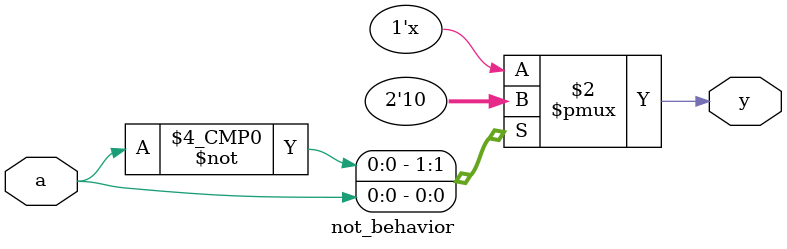
<source format=v>
module not_behavior(y,a);
output y;
input a;
reg y; 
always @ (a)
begin 
case ({a})
2'b0: begin y = 1; end 
2'b1: begin y = 0; end
endcase
end
endmodule
</source>
